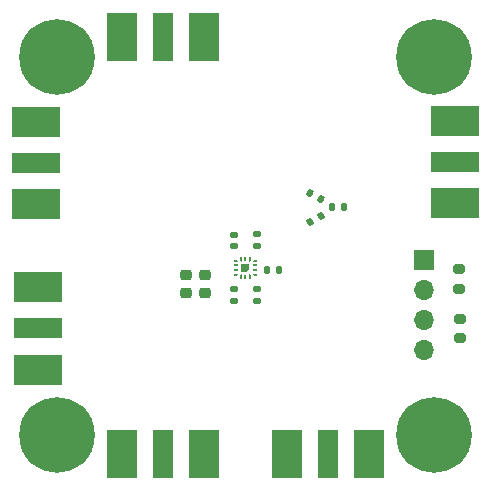
<source format=gbr>
%TF.GenerationSoftware,KiCad,Pcbnew,(6.0.7)*%
%TF.CreationDate,2022-08-03T12:25:37+01:00*%
%TF.ProjectId,Phase_Measurement_Board,50686173-655f-44d6-9561-737572656d65,rev?*%
%TF.SameCoordinates,Original*%
%TF.FileFunction,Soldermask,Top*%
%TF.FilePolarity,Negative*%
%FSLAX46Y46*%
G04 Gerber Fmt 4.6, Leading zero omitted, Abs format (unit mm)*
G04 Created by KiCad (PCBNEW (6.0.7)) date 2022-08-03 12:25:37*
%MOMM*%
%LPD*%
G01*
G04 APERTURE LIST*
G04 Aperture macros list*
%AMRoundRect*
0 Rectangle with rounded corners*
0 $1 Rounding radius*
0 $2 $3 $4 $5 $6 $7 $8 $9 X,Y pos of 4 corners*
0 Add a 4 corners polygon primitive as box body*
4,1,4,$2,$3,$4,$5,$6,$7,$8,$9,$2,$3,0*
0 Add four circle primitives for the rounded corners*
1,1,$1+$1,$2,$3*
1,1,$1+$1,$4,$5*
1,1,$1+$1,$6,$7*
1,1,$1+$1,$8,$9*
0 Add four rect primitives between the rounded corners*
20,1,$1+$1,$2,$3,$4,$5,0*
20,1,$1+$1,$4,$5,$6,$7,0*
20,1,$1+$1,$6,$7,$8,$9,0*
20,1,$1+$1,$8,$9,$2,$3,0*%
%AMFreePoly0*
4,1,10,0.100000,0.099000,0.175000,0.099000,0.239000,-0.053000,0.239000,-0.101000,-0.106000,-0.101000,-0.106000,0.099000,-0.100000,0.099000,-0.100000,0.100000,0.100000,0.100000,0.100000,0.099000,0.100000,0.099000,$1*%
%AMFreePoly1*
4,1,10,0.239000,0.054000,0.175000,-0.098000,0.100000,-0.098000,0.100000,-0.100000,-0.100000,-0.100000,-0.100000,-0.098000,-0.106000,-0.098000,-0.106000,0.102000,0.239000,0.102000,0.239000,0.054000,0.239000,0.054000,$1*%
%AMFreePoly2*
4,1,6,0.100000,-0.101000,-0.100000,-0.101000,-0.100000,0.119000,-0.025000,0.299000,0.100000,0.299000,0.100000,-0.101000,0.100000,-0.101000,$1*%
%AMFreePoly3*
4,1,6,0.100000,0.118000,0.100000,-0.102000,-0.100000,-0.102000,-0.100000,0.298000,0.025000,0.298000,0.100000,0.118000,0.100000,0.118000,$1*%
%AMFreePoly4*
4,1,6,0.101000,-0.100000,-0.180000,-0.100000,-0.244000,0.052000,-0.244000,0.100000,0.101000,0.100000,0.101000,-0.100000,0.101000,-0.100000,$1*%
%AMFreePoly5*
4,1,6,0.100000,-0.100000,-0.245000,-0.100000,-0.245000,-0.052000,-0.181000,0.100000,0.100000,0.100000,0.100000,-0.100000,0.100000,-0.100000,$1*%
%AMFreePoly6*
4,1,6,0.102000,-0.118000,0.027000,-0.298000,-0.098000,-0.298000,-0.098000,0.102000,0.102000,0.102000,0.102000,-0.118000,0.102000,-0.118000,$1*%
%AMFreePoly7*
4,1,6,0.100000,-0.297000,-0.025000,-0.297000,-0.100000,-0.117000,-0.100000,0.103000,0.100000,0.103000,0.100000,-0.297000,0.100000,-0.297000,$1*%
%AMFreePoly8*
4,1,6,0.360000,-0.360000,-0.360000,-0.360000,-0.360000,0.150000,-0.140000,0.360000,0.360000,0.360000,0.360000,-0.360000,0.360000,-0.360000,$1*%
G04 Aperture macros list end*
%ADD10C,0.800000*%
%ADD11C,6.400000*%
%ADD12RoundRect,0.140000X-0.170000X0.140000X-0.170000X-0.140000X0.170000X-0.140000X0.170000X0.140000X0*%
%ADD13RoundRect,0.140000X-0.140000X-0.170000X0.140000X-0.170000X0.140000X0.170000X-0.140000X0.170000X0*%
%ADD14RoundRect,0.140000X0.170000X-0.140000X0.170000X0.140000X-0.170000X0.140000X-0.170000X-0.140000X0*%
%ADD15RoundRect,0.135000X-0.135000X-0.185000X0.135000X-0.185000X0.135000X0.185000X-0.135000X0.185000X0*%
%ADD16R,2.665000X4.190000*%
%ADD17R,1.780000X4.190000*%
%ADD18RoundRect,0.225000X-0.250000X0.225000X-0.250000X-0.225000X0.250000X-0.225000X0.250000X0.225000X0*%
%ADD19FreePoly0,180.000000*%
%ADD20R,0.400000X0.200000*%
%ADD21FreePoly1,180.000000*%
%ADD22FreePoly2,180.000000*%
%ADD23R,0.200000X0.400000*%
%ADD24FreePoly3,180.000000*%
%ADD25FreePoly4,180.000000*%
%ADD26FreePoly5,180.000000*%
%ADD27FreePoly6,180.000000*%
%ADD28FreePoly7,180.000000*%
%ADD29FreePoly8,180.000000*%
%ADD30R,1.700000X1.700000*%
%ADD31O,1.700000X1.700000*%
%ADD32R,4.190000X2.665000*%
%ADD33R,4.190000X1.780000*%
%ADD34RoundRect,0.135000X-0.209413X-0.092715X0.024413X-0.227715X0.209413X0.092715X-0.024413X0.227715X0*%
%ADD35RoundRect,0.200000X-0.275000X0.200000X-0.275000X-0.200000X0.275000X-0.200000X0.275000X0.200000X0*%
%ADD36RoundRect,0.200000X0.275000X-0.200000X0.275000X0.200000X-0.275000X0.200000X-0.275000X-0.200000X0*%
%ADD37RoundRect,0.135000X-0.024413X-0.227715X0.209413X-0.092715X0.024413X0.227715X-0.209413X0.092715X0*%
G04 APERTURE END LIST*
D10*
%TO.C,H2*%
X229600000Y-33000000D03*
X230302944Y-31302944D03*
X232000000Y-35400000D03*
X233697056Y-34697056D03*
D11*
X232000000Y-33000000D03*
D10*
X233697056Y-31302944D03*
X230302944Y-34697056D03*
X234400000Y-33000000D03*
X232000000Y-30600000D03*
%TD*%
D12*
%TO.C,C7*%
X217000000Y-48040000D03*
X217000000Y-49000000D03*
%TD*%
D13*
%TO.C,C5*%
X217850000Y-51050000D03*
X218810000Y-51050000D03*
%TD*%
D14*
%TO.C,C4*%
X215000000Y-53660000D03*
X215000000Y-52700000D03*
%TD*%
D15*
%TO.C,R4*%
X224370000Y-45750000D03*
X223350000Y-45750000D03*
%TD*%
D16*
%TO.C,J3*%
X205507500Y-66600000D03*
X212492500Y-66600000D03*
D17*
X209000000Y-66600000D03*
%TD*%
D10*
%TO.C,H1*%
X198302944Y-31302944D03*
X201697056Y-34697056D03*
X200000000Y-35400000D03*
X198302944Y-34697056D03*
X200000000Y-30600000D03*
X202400000Y-33000000D03*
D11*
X200000000Y-33000000D03*
D10*
X197600000Y-33000000D03*
X201697056Y-31302944D03*
%TD*%
D18*
%TO.C,C1*%
X212600000Y-53025000D03*
X212600000Y-51475000D03*
%TD*%
D17*
%TO.C,J1*%
X209000000Y-31300000D03*
D16*
X212492500Y-31300000D03*
X205507500Y-31300000D03*
%TD*%
D10*
%TO.C,H3*%
X201697056Y-63302944D03*
X202400000Y-65000000D03*
X198302944Y-63302944D03*
X201697056Y-66697056D03*
D11*
X200000000Y-65000000D03*
D10*
X198302944Y-66697056D03*
X200000000Y-62600000D03*
X197600000Y-65000000D03*
X200000000Y-67400000D03*
%TD*%
D19*
%TO.C,U1*%
X216866000Y-51471000D03*
D20*
X216772000Y-51070000D03*
X216772000Y-50670000D03*
D21*
X216866000Y-50268000D03*
D22*
X216400000Y-49999000D03*
D23*
X216000000Y-50098000D03*
D24*
X215600000Y-50000000D03*
D25*
X215129000Y-50270000D03*
D20*
X215228000Y-50670000D03*
X215228000Y-51070000D03*
D26*
X215128000Y-51470000D03*
D27*
X215602000Y-51740000D03*
D23*
X216000000Y-51642000D03*
D28*
X216400000Y-51739000D03*
D29*
X216000000Y-50870000D03*
%TD*%
D30*
%TO.C,J7*%
X231106673Y-50200000D03*
D31*
X231106673Y-52740000D03*
X231106673Y-55280000D03*
X231106673Y-57820000D03*
%TD*%
D32*
%TO.C,J6*%
X233700000Y-38407500D03*
X233700000Y-45392500D03*
D33*
X233700000Y-41900000D03*
%TD*%
D14*
%TO.C,C3*%
X216950000Y-53660000D03*
X216950000Y-52700000D03*
%TD*%
D16*
%TO.C,J4*%
X219507500Y-66600000D03*
X226492500Y-66600000D03*
D17*
X223000000Y-66600000D03*
%TD*%
D34*
%TO.C,R3*%
X222383346Y-45010000D03*
X221500000Y-44500000D03*
%TD*%
D12*
%TO.C,C6*%
X215000000Y-48070000D03*
X215000000Y-49030000D03*
%TD*%
D35*
%TO.C,R2*%
X234100000Y-50975000D03*
X234100000Y-52625000D03*
%TD*%
D18*
%TO.C,C2*%
X211000000Y-53025000D03*
X211000000Y-51475000D03*
%TD*%
D10*
%TO.C,H4*%
X233697056Y-63302944D03*
X229600000Y-65000000D03*
X232000000Y-62600000D03*
X230302944Y-66697056D03*
X234400000Y-65000000D03*
X232000000Y-67400000D03*
D11*
X232000000Y-65000000D03*
D10*
X233697056Y-66697056D03*
X230302944Y-63302944D03*
%TD*%
D33*
%TO.C,J2*%
X198300000Y-42000000D03*
D32*
X198300000Y-45492500D03*
X198300000Y-38507500D03*
%TD*%
D36*
%TO.C,R1*%
X234200000Y-56850000D03*
X234200000Y-55200000D03*
%TD*%
D37*
%TO.C,R5*%
X222383346Y-46490000D03*
X221500000Y-47000000D03*
%TD*%
D32*
%TO.C,J5*%
X198400000Y-59492500D03*
X198400000Y-52507500D03*
D33*
X198400000Y-56000000D03*
%TD*%
M02*

</source>
